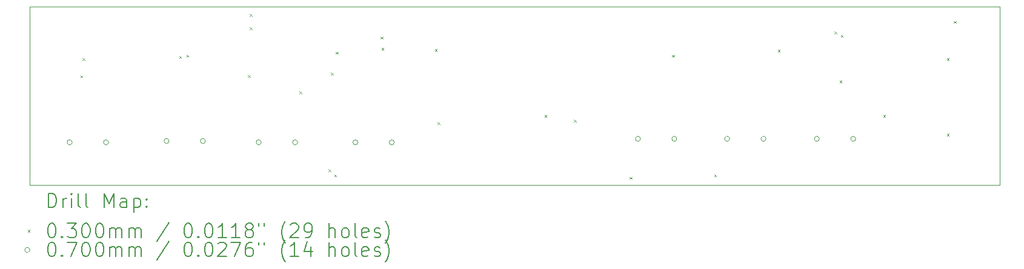
<source format=gbr>
%TF.GenerationSoftware,KiCad,Pcbnew,8.0.8*%
%TF.CreationDate,2025-05-04T21:01:16-05:00*%
%TF.ProjectId,Obstacle_detector,4f627374-6163-46c6-955f-646574656374,rev?*%
%TF.SameCoordinates,Original*%
%TF.FileFunction,Drillmap*%
%TF.FilePolarity,Positive*%
%FSLAX45Y45*%
G04 Gerber Fmt 4.5, Leading zero omitted, Abs format (unit mm)*
G04 Created by KiCad (PCBNEW 8.0.8) date 2025-05-04 21:01:16*
%MOMM*%
%LPD*%
G01*
G04 APERTURE LIST*
%ADD10C,0.050000*%
%ADD11C,0.200000*%
%ADD12C,0.100000*%
G04 APERTURE END LIST*
D10*
X1250000Y-1200000D02*
X14800000Y-1200000D01*
X1250000Y-3700000D02*
X1250000Y-1200000D01*
X14800000Y-1200000D02*
X14800000Y-3700000D01*
X14800000Y-3700000D02*
X1250000Y-3700000D01*
D11*
D12*
X1957160Y-2160340D02*
X1987160Y-2190340D01*
X1987160Y-2160340D02*
X1957160Y-2190340D01*
X1985750Y-1919370D02*
X2015750Y-1949370D01*
X2015750Y-1919370D02*
X1985750Y-1949370D01*
X3334060Y-1892740D02*
X3364060Y-1922740D01*
X3364060Y-1892740D02*
X3334060Y-1922740D01*
X3437500Y-1875160D02*
X3467500Y-1905160D01*
X3467500Y-1875160D02*
X3437500Y-1905160D01*
X4298000Y-2157500D02*
X4328000Y-2187500D01*
X4328000Y-2157500D02*
X4298000Y-2187500D01*
X4320240Y-1489120D02*
X4350240Y-1519120D01*
X4350240Y-1489120D02*
X4320240Y-1519120D01*
X4322500Y-1301320D02*
X4352500Y-1331320D01*
X4352500Y-1301320D02*
X4322500Y-1331320D01*
X5018380Y-2384570D02*
X5048380Y-2414570D01*
X5048380Y-2384570D02*
X5018380Y-2414570D01*
X5420340Y-3479960D02*
X5450340Y-3509960D01*
X5450340Y-3479960D02*
X5420340Y-3509960D01*
X5454980Y-2125210D02*
X5484980Y-2155210D01*
X5484980Y-2125210D02*
X5454980Y-2155210D01*
X5502500Y-3549500D02*
X5532500Y-3579500D01*
X5532500Y-3549500D02*
X5502500Y-3579500D01*
X5525640Y-1832490D02*
X5555640Y-1862490D01*
X5555640Y-1832490D02*
X5525640Y-1862490D01*
X6152680Y-1621010D02*
X6182680Y-1651010D01*
X6182680Y-1621010D02*
X6152680Y-1651010D01*
X6163910Y-1778750D02*
X6193910Y-1808750D01*
X6193910Y-1778750D02*
X6163910Y-1808750D01*
X6908490Y-1795620D02*
X6938490Y-1825620D01*
X6938490Y-1795620D02*
X6908490Y-1825620D01*
X6945860Y-2820720D02*
X6975860Y-2850720D01*
X6975860Y-2820720D02*
X6945860Y-2850720D01*
X8439240Y-2715000D02*
X8469240Y-2745000D01*
X8469240Y-2715000D02*
X8439240Y-2745000D01*
X8853610Y-2786420D02*
X8883610Y-2816420D01*
X8883610Y-2786420D02*
X8853610Y-2816420D01*
X9632500Y-3585620D02*
X9662500Y-3615620D01*
X9662500Y-3585620D02*
X9632500Y-3615620D01*
X10222500Y-1875000D02*
X10252500Y-1905000D01*
X10252500Y-1875000D02*
X10222500Y-1905000D01*
X10812500Y-3549500D02*
X10842500Y-3579500D01*
X10842500Y-3549500D02*
X10812500Y-3579500D01*
X11701500Y-1804040D02*
X11731500Y-1834040D01*
X11731500Y-1804040D02*
X11701500Y-1834040D01*
X12493800Y-1547500D02*
X12523800Y-1577500D01*
X12523800Y-1547500D02*
X12493800Y-1577500D01*
X12563600Y-2233950D02*
X12593600Y-2263950D01*
X12593600Y-2233950D02*
X12563600Y-2263950D01*
X12582500Y-1595160D02*
X12612500Y-1625160D01*
X12612500Y-1595160D02*
X12582500Y-1625160D01*
X13172500Y-2715000D02*
X13202500Y-2745000D01*
X13202500Y-2715000D02*
X13172500Y-2745000D01*
X14064400Y-1920410D02*
X14094400Y-1950410D01*
X14094400Y-1920410D02*
X14064400Y-1950410D01*
X14064400Y-2980000D02*
X14094400Y-3010000D01*
X14094400Y-2980000D02*
X14064400Y-3010000D01*
X14161700Y-1398370D02*
X14191700Y-1428370D01*
X14191700Y-1398370D02*
X14161700Y-1428370D01*
X1839440Y-3100000D02*
G75*
G02*
X1769440Y-3100000I-35000J0D01*
G01*
X1769440Y-3100000D02*
G75*
G02*
X1839440Y-3100000I35000J0D01*
G01*
X2347440Y-3100000D02*
G75*
G02*
X2277440Y-3100000I-35000J0D01*
G01*
X2277440Y-3100000D02*
G75*
G02*
X2347440Y-3100000I35000J0D01*
G01*
X3193440Y-3081410D02*
G75*
G02*
X3123440Y-3081410I-35000J0D01*
G01*
X3123440Y-3081410D02*
G75*
G02*
X3193440Y-3081410I35000J0D01*
G01*
X3701440Y-3081410D02*
G75*
G02*
X3631440Y-3081410I-35000J0D01*
G01*
X3631440Y-3081410D02*
G75*
G02*
X3701440Y-3081410I35000J0D01*
G01*
X4481000Y-3100000D02*
G75*
G02*
X4411000Y-3100000I-35000J0D01*
G01*
X4411000Y-3100000D02*
G75*
G02*
X4481000Y-3100000I35000J0D01*
G01*
X4989000Y-3100000D02*
G75*
G02*
X4919000Y-3100000I-35000J0D01*
G01*
X4919000Y-3100000D02*
G75*
G02*
X4989000Y-3100000I35000J0D01*
G01*
X5831000Y-3100000D02*
G75*
G02*
X5761000Y-3100000I-35000J0D01*
G01*
X5761000Y-3100000D02*
G75*
G02*
X5831000Y-3100000I35000J0D01*
G01*
X6339000Y-3100000D02*
G75*
G02*
X6269000Y-3100000I-35000J0D01*
G01*
X6269000Y-3100000D02*
G75*
G02*
X6339000Y-3100000I35000J0D01*
G01*
X9781000Y-3050000D02*
G75*
G02*
X9711000Y-3050000I-35000J0D01*
G01*
X9711000Y-3050000D02*
G75*
G02*
X9781000Y-3050000I35000J0D01*
G01*
X10289000Y-3050000D02*
G75*
G02*
X10219000Y-3050000I-35000J0D01*
G01*
X10219000Y-3050000D02*
G75*
G02*
X10289000Y-3050000I35000J0D01*
G01*
X11027000Y-3050000D02*
G75*
G02*
X10957000Y-3050000I-35000J0D01*
G01*
X10957000Y-3050000D02*
G75*
G02*
X11027000Y-3050000I35000J0D01*
G01*
X11535000Y-3050000D02*
G75*
G02*
X11465000Y-3050000I-35000J0D01*
G01*
X11465000Y-3050000D02*
G75*
G02*
X11535000Y-3050000I35000J0D01*
G01*
X12281000Y-3050000D02*
G75*
G02*
X12211000Y-3050000I-35000J0D01*
G01*
X12211000Y-3050000D02*
G75*
G02*
X12281000Y-3050000I35000J0D01*
G01*
X12789000Y-3050000D02*
G75*
G02*
X12719000Y-3050000I-35000J0D01*
G01*
X12719000Y-3050000D02*
G75*
G02*
X12789000Y-3050000I35000J0D01*
G01*
D11*
X1508277Y-4013984D02*
X1508277Y-3813984D01*
X1508277Y-3813984D02*
X1555896Y-3813984D01*
X1555896Y-3813984D02*
X1584467Y-3823508D01*
X1584467Y-3823508D02*
X1603515Y-3842555D01*
X1603515Y-3842555D02*
X1613039Y-3861603D01*
X1613039Y-3861603D02*
X1622562Y-3899698D01*
X1622562Y-3899698D02*
X1622562Y-3928269D01*
X1622562Y-3928269D02*
X1613039Y-3966365D01*
X1613039Y-3966365D02*
X1603515Y-3985412D01*
X1603515Y-3985412D02*
X1584467Y-4004460D01*
X1584467Y-4004460D02*
X1555896Y-4013984D01*
X1555896Y-4013984D02*
X1508277Y-4013984D01*
X1708277Y-4013984D02*
X1708277Y-3880650D01*
X1708277Y-3918746D02*
X1717801Y-3899698D01*
X1717801Y-3899698D02*
X1727324Y-3890174D01*
X1727324Y-3890174D02*
X1746372Y-3880650D01*
X1746372Y-3880650D02*
X1765420Y-3880650D01*
X1832086Y-4013984D02*
X1832086Y-3880650D01*
X1832086Y-3813984D02*
X1822562Y-3823508D01*
X1822562Y-3823508D02*
X1832086Y-3833031D01*
X1832086Y-3833031D02*
X1841610Y-3823508D01*
X1841610Y-3823508D02*
X1832086Y-3813984D01*
X1832086Y-3813984D02*
X1832086Y-3833031D01*
X1955896Y-4013984D02*
X1936848Y-4004460D01*
X1936848Y-4004460D02*
X1927324Y-3985412D01*
X1927324Y-3985412D02*
X1927324Y-3813984D01*
X2060658Y-4013984D02*
X2041610Y-4004460D01*
X2041610Y-4004460D02*
X2032086Y-3985412D01*
X2032086Y-3985412D02*
X2032086Y-3813984D01*
X2289229Y-4013984D02*
X2289229Y-3813984D01*
X2289229Y-3813984D02*
X2355896Y-3956841D01*
X2355896Y-3956841D02*
X2422563Y-3813984D01*
X2422563Y-3813984D02*
X2422563Y-4013984D01*
X2603515Y-4013984D02*
X2603515Y-3909222D01*
X2603515Y-3909222D02*
X2593991Y-3890174D01*
X2593991Y-3890174D02*
X2574944Y-3880650D01*
X2574944Y-3880650D02*
X2536848Y-3880650D01*
X2536848Y-3880650D02*
X2517801Y-3890174D01*
X2603515Y-4004460D02*
X2584467Y-4013984D01*
X2584467Y-4013984D02*
X2536848Y-4013984D01*
X2536848Y-4013984D02*
X2517801Y-4004460D01*
X2517801Y-4004460D02*
X2508277Y-3985412D01*
X2508277Y-3985412D02*
X2508277Y-3966365D01*
X2508277Y-3966365D02*
X2517801Y-3947317D01*
X2517801Y-3947317D02*
X2536848Y-3937793D01*
X2536848Y-3937793D02*
X2584467Y-3937793D01*
X2584467Y-3937793D02*
X2603515Y-3928269D01*
X2698753Y-3880650D02*
X2698753Y-4080650D01*
X2698753Y-3890174D02*
X2717801Y-3880650D01*
X2717801Y-3880650D02*
X2755896Y-3880650D01*
X2755896Y-3880650D02*
X2774944Y-3890174D01*
X2774944Y-3890174D02*
X2784467Y-3899698D01*
X2784467Y-3899698D02*
X2793991Y-3918746D01*
X2793991Y-3918746D02*
X2793991Y-3975888D01*
X2793991Y-3975888D02*
X2784467Y-3994936D01*
X2784467Y-3994936D02*
X2774944Y-4004460D01*
X2774944Y-4004460D02*
X2755896Y-4013984D01*
X2755896Y-4013984D02*
X2717801Y-4013984D01*
X2717801Y-4013984D02*
X2698753Y-4004460D01*
X2879705Y-3994936D02*
X2889229Y-4004460D01*
X2889229Y-4004460D02*
X2879705Y-4013984D01*
X2879705Y-4013984D02*
X2870182Y-4004460D01*
X2870182Y-4004460D02*
X2879705Y-3994936D01*
X2879705Y-3994936D02*
X2879705Y-4013984D01*
X2879705Y-3890174D02*
X2889229Y-3899698D01*
X2889229Y-3899698D02*
X2879705Y-3909222D01*
X2879705Y-3909222D02*
X2870182Y-3899698D01*
X2870182Y-3899698D02*
X2879705Y-3890174D01*
X2879705Y-3890174D02*
X2879705Y-3909222D01*
D12*
X1217500Y-4327500D02*
X1247500Y-4357500D01*
X1247500Y-4327500D02*
X1217500Y-4357500D01*
D11*
X1546372Y-4233984D02*
X1565420Y-4233984D01*
X1565420Y-4233984D02*
X1584467Y-4243508D01*
X1584467Y-4243508D02*
X1593991Y-4253031D01*
X1593991Y-4253031D02*
X1603515Y-4272079D01*
X1603515Y-4272079D02*
X1613039Y-4310174D01*
X1613039Y-4310174D02*
X1613039Y-4357793D01*
X1613039Y-4357793D02*
X1603515Y-4395889D01*
X1603515Y-4395889D02*
X1593991Y-4414936D01*
X1593991Y-4414936D02*
X1584467Y-4424460D01*
X1584467Y-4424460D02*
X1565420Y-4433984D01*
X1565420Y-4433984D02*
X1546372Y-4433984D01*
X1546372Y-4433984D02*
X1527324Y-4424460D01*
X1527324Y-4424460D02*
X1517801Y-4414936D01*
X1517801Y-4414936D02*
X1508277Y-4395889D01*
X1508277Y-4395889D02*
X1498753Y-4357793D01*
X1498753Y-4357793D02*
X1498753Y-4310174D01*
X1498753Y-4310174D02*
X1508277Y-4272079D01*
X1508277Y-4272079D02*
X1517801Y-4253031D01*
X1517801Y-4253031D02*
X1527324Y-4243508D01*
X1527324Y-4243508D02*
X1546372Y-4233984D01*
X1698753Y-4414936D02*
X1708277Y-4424460D01*
X1708277Y-4424460D02*
X1698753Y-4433984D01*
X1698753Y-4433984D02*
X1689229Y-4424460D01*
X1689229Y-4424460D02*
X1698753Y-4414936D01*
X1698753Y-4414936D02*
X1698753Y-4433984D01*
X1774943Y-4233984D02*
X1898753Y-4233984D01*
X1898753Y-4233984D02*
X1832086Y-4310174D01*
X1832086Y-4310174D02*
X1860658Y-4310174D01*
X1860658Y-4310174D02*
X1879705Y-4319698D01*
X1879705Y-4319698D02*
X1889229Y-4329222D01*
X1889229Y-4329222D02*
X1898753Y-4348270D01*
X1898753Y-4348270D02*
X1898753Y-4395889D01*
X1898753Y-4395889D02*
X1889229Y-4414936D01*
X1889229Y-4414936D02*
X1879705Y-4424460D01*
X1879705Y-4424460D02*
X1860658Y-4433984D01*
X1860658Y-4433984D02*
X1803515Y-4433984D01*
X1803515Y-4433984D02*
X1784467Y-4424460D01*
X1784467Y-4424460D02*
X1774943Y-4414936D01*
X2022562Y-4233984D02*
X2041610Y-4233984D01*
X2041610Y-4233984D02*
X2060658Y-4243508D01*
X2060658Y-4243508D02*
X2070182Y-4253031D01*
X2070182Y-4253031D02*
X2079705Y-4272079D01*
X2079705Y-4272079D02*
X2089229Y-4310174D01*
X2089229Y-4310174D02*
X2089229Y-4357793D01*
X2089229Y-4357793D02*
X2079705Y-4395889D01*
X2079705Y-4395889D02*
X2070182Y-4414936D01*
X2070182Y-4414936D02*
X2060658Y-4424460D01*
X2060658Y-4424460D02*
X2041610Y-4433984D01*
X2041610Y-4433984D02*
X2022562Y-4433984D01*
X2022562Y-4433984D02*
X2003515Y-4424460D01*
X2003515Y-4424460D02*
X1993991Y-4414936D01*
X1993991Y-4414936D02*
X1984467Y-4395889D01*
X1984467Y-4395889D02*
X1974943Y-4357793D01*
X1974943Y-4357793D02*
X1974943Y-4310174D01*
X1974943Y-4310174D02*
X1984467Y-4272079D01*
X1984467Y-4272079D02*
X1993991Y-4253031D01*
X1993991Y-4253031D02*
X2003515Y-4243508D01*
X2003515Y-4243508D02*
X2022562Y-4233984D01*
X2213039Y-4233984D02*
X2232086Y-4233984D01*
X2232086Y-4233984D02*
X2251134Y-4243508D01*
X2251134Y-4243508D02*
X2260658Y-4253031D01*
X2260658Y-4253031D02*
X2270182Y-4272079D01*
X2270182Y-4272079D02*
X2279705Y-4310174D01*
X2279705Y-4310174D02*
X2279705Y-4357793D01*
X2279705Y-4357793D02*
X2270182Y-4395889D01*
X2270182Y-4395889D02*
X2260658Y-4414936D01*
X2260658Y-4414936D02*
X2251134Y-4424460D01*
X2251134Y-4424460D02*
X2232086Y-4433984D01*
X2232086Y-4433984D02*
X2213039Y-4433984D01*
X2213039Y-4433984D02*
X2193991Y-4424460D01*
X2193991Y-4424460D02*
X2184467Y-4414936D01*
X2184467Y-4414936D02*
X2174944Y-4395889D01*
X2174944Y-4395889D02*
X2165420Y-4357793D01*
X2165420Y-4357793D02*
X2165420Y-4310174D01*
X2165420Y-4310174D02*
X2174944Y-4272079D01*
X2174944Y-4272079D02*
X2184467Y-4253031D01*
X2184467Y-4253031D02*
X2193991Y-4243508D01*
X2193991Y-4243508D02*
X2213039Y-4233984D01*
X2365420Y-4433984D02*
X2365420Y-4300650D01*
X2365420Y-4319698D02*
X2374944Y-4310174D01*
X2374944Y-4310174D02*
X2393991Y-4300650D01*
X2393991Y-4300650D02*
X2422563Y-4300650D01*
X2422563Y-4300650D02*
X2441610Y-4310174D01*
X2441610Y-4310174D02*
X2451134Y-4329222D01*
X2451134Y-4329222D02*
X2451134Y-4433984D01*
X2451134Y-4329222D02*
X2460658Y-4310174D01*
X2460658Y-4310174D02*
X2479705Y-4300650D01*
X2479705Y-4300650D02*
X2508277Y-4300650D01*
X2508277Y-4300650D02*
X2527325Y-4310174D01*
X2527325Y-4310174D02*
X2536848Y-4329222D01*
X2536848Y-4329222D02*
X2536848Y-4433984D01*
X2632086Y-4433984D02*
X2632086Y-4300650D01*
X2632086Y-4319698D02*
X2641610Y-4310174D01*
X2641610Y-4310174D02*
X2660658Y-4300650D01*
X2660658Y-4300650D02*
X2689229Y-4300650D01*
X2689229Y-4300650D02*
X2708277Y-4310174D01*
X2708277Y-4310174D02*
X2717801Y-4329222D01*
X2717801Y-4329222D02*
X2717801Y-4433984D01*
X2717801Y-4329222D02*
X2727325Y-4310174D01*
X2727325Y-4310174D02*
X2746372Y-4300650D01*
X2746372Y-4300650D02*
X2774944Y-4300650D01*
X2774944Y-4300650D02*
X2793991Y-4310174D01*
X2793991Y-4310174D02*
X2803515Y-4329222D01*
X2803515Y-4329222D02*
X2803515Y-4433984D01*
X3193991Y-4224460D02*
X3022563Y-4481603D01*
X3451134Y-4233984D02*
X3470182Y-4233984D01*
X3470182Y-4233984D02*
X3489229Y-4243508D01*
X3489229Y-4243508D02*
X3498753Y-4253031D01*
X3498753Y-4253031D02*
X3508277Y-4272079D01*
X3508277Y-4272079D02*
X3517801Y-4310174D01*
X3517801Y-4310174D02*
X3517801Y-4357793D01*
X3517801Y-4357793D02*
X3508277Y-4395889D01*
X3508277Y-4395889D02*
X3498753Y-4414936D01*
X3498753Y-4414936D02*
X3489229Y-4424460D01*
X3489229Y-4424460D02*
X3470182Y-4433984D01*
X3470182Y-4433984D02*
X3451134Y-4433984D01*
X3451134Y-4433984D02*
X3432086Y-4424460D01*
X3432086Y-4424460D02*
X3422563Y-4414936D01*
X3422563Y-4414936D02*
X3413039Y-4395889D01*
X3413039Y-4395889D02*
X3403515Y-4357793D01*
X3403515Y-4357793D02*
X3403515Y-4310174D01*
X3403515Y-4310174D02*
X3413039Y-4272079D01*
X3413039Y-4272079D02*
X3422563Y-4253031D01*
X3422563Y-4253031D02*
X3432086Y-4243508D01*
X3432086Y-4243508D02*
X3451134Y-4233984D01*
X3603515Y-4414936D02*
X3613039Y-4424460D01*
X3613039Y-4424460D02*
X3603515Y-4433984D01*
X3603515Y-4433984D02*
X3593991Y-4424460D01*
X3593991Y-4424460D02*
X3603515Y-4414936D01*
X3603515Y-4414936D02*
X3603515Y-4433984D01*
X3736848Y-4233984D02*
X3755896Y-4233984D01*
X3755896Y-4233984D02*
X3774944Y-4243508D01*
X3774944Y-4243508D02*
X3784467Y-4253031D01*
X3784467Y-4253031D02*
X3793991Y-4272079D01*
X3793991Y-4272079D02*
X3803515Y-4310174D01*
X3803515Y-4310174D02*
X3803515Y-4357793D01*
X3803515Y-4357793D02*
X3793991Y-4395889D01*
X3793991Y-4395889D02*
X3784467Y-4414936D01*
X3784467Y-4414936D02*
X3774944Y-4424460D01*
X3774944Y-4424460D02*
X3755896Y-4433984D01*
X3755896Y-4433984D02*
X3736848Y-4433984D01*
X3736848Y-4433984D02*
X3717801Y-4424460D01*
X3717801Y-4424460D02*
X3708277Y-4414936D01*
X3708277Y-4414936D02*
X3698753Y-4395889D01*
X3698753Y-4395889D02*
X3689229Y-4357793D01*
X3689229Y-4357793D02*
X3689229Y-4310174D01*
X3689229Y-4310174D02*
X3698753Y-4272079D01*
X3698753Y-4272079D02*
X3708277Y-4253031D01*
X3708277Y-4253031D02*
X3717801Y-4243508D01*
X3717801Y-4243508D02*
X3736848Y-4233984D01*
X3993991Y-4433984D02*
X3879706Y-4433984D01*
X3936848Y-4433984D02*
X3936848Y-4233984D01*
X3936848Y-4233984D02*
X3917801Y-4262555D01*
X3917801Y-4262555D02*
X3898753Y-4281603D01*
X3898753Y-4281603D02*
X3879706Y-4291127D01*
X4184467Y-4433984D02*
X4070182Y-4433984D01*
X4127325Y-4433984D02*
X4127325Y-4233984D01*
X4127325Y-4233984D02*
X4108277Y-4262555D01*
X4108277Y-4262555D02*
X4089229Y-4281603D01*
X4089229Y-4281603D02*
X4070182Y-4291127D01*
X4298753Y-4319698D02*
X4279706Y-4310174D01*
X4279706Y-4310174D02*
X4270182Y-4300650D01*
X4270182Y-4300650D02*
X4260658Y-4281603D01*
X4260658Y-4281603D02*
X4260658Y-4272079D01*
X4260658Y-4272079D02*
X4270182Y-4253031D01*
X4270182Y-4253031D02*
X4279706Y-4243508D01*
X4279706Y-4243508D02*
X4298753Y-4233984D01*
X4298753Y-4233984D02*
X4336849Y-4233984D01*
X4336849Y-4233984D02*
X4355896Y-4243508D01*
X4355896Y-4243508D02*
X4365420Y-4253031D01*
X4365420Y-4253031D02*
X4374944Y-4272079D01*
X4374944Y-4272079D02*
X4374944Y-4281603D01*
X4374944Y-4281603D02*
X4365420Y-4300650D01*
X4365420Y-4300650D02*
X4355896Y-4310174D01*
X4355896Y-4310174D02*
X4336849Y-4319698D01*
X4336849Y-4319698D02*
X4298753Y-4319698D01*
X4298753Y-4319698D02*
X4279706Y-4329222D01*
X4279706Y-4329222D02*
X4270182Y-4338746D01*
X4270182Y-4338746D02*
X4260658Y-4357793D01*
X4260658Y-4357793D02*
X4260658Y-4395889D01*
X4260658Y-4395889D02*
X4270182Y-4414936D01*
X4270182Y-4414936D02*
X4279706Y-4424460D01*
X4279706Y-4424460D02*
X4298753Y-4433984D01*
X4298753Y-4433984D02*
X4336849Y-4433984D01*
X4336849Y-4433984D02*
X4355896Y-4424460D01*
X4355896Y-4424460D02*
X4365420Y-4414936D01*
X4365420Y-4414936D02*
X4374944Y-4395889D01*
X4374944Y-4395889D02*
X4374944Y-4357793D01*
X4374944Y-4357793D02*
X4365420Y-4338746D01*
X4365420Y-4338746D02*
X4355896Y-4329222D01*
X4355896Y-4329222D02*
X4336849Y-4319698D01*
X4451134Y-4233984D02*
X4451134Y-4272079D01*
X4527325Y-4233984D02*
X4527325Y-4272079D01*
X4822563Y-4510174D02*
X4813039Y-4500650D01*
X4813039Y-4500650D02*
X4793991Y-4472079D01*
X4793991Y-4472079D02*
X4784468Y-4453031D01*
X4784468Y-4453031D02*
X4774944Y-4424460D01*
X4774944Y-4424460D02*
X4765420Y-4376841D01*
X4765420Y-4376841D02*
X4765420Y-4338746D01*
X4765420Y-4338746D02*
X4774944Y-4291127D01*
X4774944Y-4291127D02*
X4784468Y-4262555D01*
X4784468Y-4262555D02*
X4793991Y-4243508D01*
X4793991Y-4243508D02*
X4813039Y-4214936D01*
X4813039Y-4214936D02*
X4822563Y-4205412D01*
X4889230Y-4253031D02*
X4898753Y-4243508D01*
X4898753Y-4243508D02*
X4917801Y-4233984D01*
X4917801Y-4233984D02*
X4965420Y-4233984D01*
X4965420Y-4233984D02*
X4984468Y-4243508D01*
X4984468Y-4243508D02*
X4993991Y-4253031D01*
X4993991Y-4253031D02*
X5003515Y-4272079D01*
X5003515Y-4272079D02*
X5003515Y-4291127D01*
X5003515Y-4291127D02*
X4993991Y-4319698D01*
X4993991Y-4319698D02*
X4879706Y-4433984D01*
X4879706Y-4433984D02*
X5003515Y-4433984D01*
X5098753Y-4433984D02*
X5136849Y-4433984D01*
X5136849Y-4433984D02*
X5155896Y-4424460D01*
X5155896Y-4424460D02*
X5165420Y-4414936D01*
X5165420Y-4414936D02*
X5184468Y-4386365D01*
X5184468Y-4386365D02*
X5193991Y-4348270D01*
X5193991Y-4348270D02*
X5193991Y-4272079D01*
X5193991Y-4272079D02*
X5184468Y-4253031D01*
X5184468Y-4253031D02*
X5174944Y-4243508D01*
X5174944Y-4243508D02*
X5155896Y-4233984D01*
X5155896Y-4233984D02*
X5117801Y-4233984D01*
X5117801Y-4233984D02*
X5098753Y-4243508D01*
X5098753Y-4243508D02*
X5089230Y-4253031D01*
X5089230Y-4253031D02*
X5079706Y-4272079D01*
X5079706Y-4272079D02*
X5079706Y-4319698D01*
X5079706Y-4319698D02*
X5089230Y-4338746D01*
X5089230Y-4338746D02*
X5098753Y-4348270D01*
X5098753Y-4348270D02*
X5117801Y-4357793D01*
X5117801Y-4357793D02*
X5155896Y-4357793D01*
X5155896Y-4357793D02*
X5174944Y-4348270D01*
X5174944Y-4348270D02*
X5184468Y-4338746D01*
X5184468Y-4338746D02*
X5193991Y-4319698D01*
X5432087Y-4433984D02*
X5432087Y-4233984D01*
X5517801Y-4433984D02*
X5517801Y-4329222D01*
X5517801Y-4329222D02*
X5508277Y-4310174D01*
X5508277Y-4310174D02*
X5489230Y-4300650D01*
X5489230Y-4300650D02*
X5460658Y-4300650D01*
X5460658Y-4300650D02*
X5441611Y-4310174D01*
X5441611Y-4310174D02*
X5432087Y-4319698D01*
X5641610Y-4433984D02*
X5622563Y-4424460D01*
X5622563Y-4424460D02*
X5613039Y-4414936D01*
X5613039Y-4414936D02*
X5603515Y-4395889D01*
X5603515Y-4395889D02*
X5603515Y-4338746D01*
X5603515Y-4338746D02*
X5613039Y-4319698D01*
X5613039Y-4319698D02*
X5622563Y-4310174D01*
X5622563Y-4310174D02*
X5641610Y-4300650D01*
X5641610Y-4300650D02*
X5670182Y-4300650D01*
X5670182Y-4300650D02*
X5689230Y-4310174D01*
X5689230Y-4310174D02*
X5698753Y-4319698D01*
X5698753Y-4319698D02*
X5708277Y-4338746D01*
X5708277Y-4338746D02*
X5708277Y-4395889D01*
X5708277Y-4395889D02*
X5698753Y-4414936D01*
X5698753Y-4414936D02*
X5689230Y-4424460D01*
X5689230Y-4424460D02*
X5670182Y-4433984D01*
X5670182Y-4433984D02*
X5641610Y-4433984D01*
X5822563Y-4433984D02*
X5803515Y-4424460D01*
X5803515Y-4424460D02*
X5793991Y-4405412D01*
X5793991Y-4405412D02*
X5793991Y-4233984D01*
X5974944Y-4424460D02*
X5955896Y-4433984D01*
X5955896Y-4433984D02*
X5917801Y-4433984D01*
X5917801Y-4433984D02*
X5898753Y-4424460D01*
X5898753Y-4424460D02*
X5889230Y-4405412D01*
X5889230Y-4405412D02*
X5889230Y-4329222D01*
X5889230Y-4329222D02*
X5898753Y-4310174D01*
X5898753Y-4310174D02*
X5917801Y-4300650D01*
X5917801Y-4300650D02*
X5955896Y-4300650D01*
X5955896Y-4300650D02*
X5974944Y-4310174D01*
X5974944Y-4310174D02*
X5984468Y-4329222D01*
X5984468Y-4329222D02*
X5984468Y-4348270D01*
X5984468Y-4348270D02*
X5889230Y-4367317D01*
X6060658Y-4424460D02*
X6079706Y-4433984D01*
X6079706Y-4433984D02*
X6117801Y-4433984D01*
X6117801Y-4433984D02*
X6136849Y-4424460D01*
X6136849Y-4424460D02*
X6146372Y-4405412D01*
X6146372Y-4405412D02*
X6146372Y-4395889D01*
X6146372Y-4395889D02*
X6136849Y-4376841D01*
X6136849Y-4376841D02*
X6117801Y-4367317D01*
X6117801Y-4367317D02*
X6089230Y-4367317D01*
X6089230Y-4367317D02*
X6070182Y-4357793D01*
X6070182Y-4357793D02*
X6060658Y-4338746D01*
X6060658Y-4338746D02*
X6060658Y-4329222D01*
X6060658Y-4329222D02*
X6070182Y-4310174D01*
X6070182Y-4310174D02*
X6089230Y-4300650D01*
X6089230Y-4300650D02*
X6117801Y-4300650D01*
X6117801Y-4300650D02*
X6136849Y-4310174D01*
X6213039Y-4510174D02*
X6222563Y-4500650D01*
X6222563Y-4500650D02*
X6241611Y-4472079D01*
X6241611Y-4472079D02*
X6251134Y-4453031D01*
X6251134Y-4453031D02*
X6260658Y-4424460D01*
X6260658Y-4424460D02*
X6270182Y-4376841D01*
X6270182Y-4376841D02*
X6270182Y-4338746D01*
X6270182Y-4338746D02*
X6260658Y-4291127D01*
X6260658Y-4291127D02*
X6251134Y-4262555D01*
X6251134Y-4262555D02*
X6241611Y-4243508D01*
X6241611Y-4243508D02*
X6222563Y-4214936D01*
X6222563Y-4214936D02*
X6213039Y-4205412D01*
D12*
X1247500Y-4606500D02*
G75*
G02*
X1177500Y-4606500I-35000J0D01*
G01*
X1177500Y-4606500D02*
G75*
G02*
X1247500Y-4606500I35000J0D01*
G01*
D11*
X1546372Y-4497984D02*
X1565420Y-4497984D01*
X1565420Y-4497984D02*
X1584467Y-4507508D01*
X1584467Y-4507508D02*
X1593991Y-4517031D01*
X1593991Y-4517031D02*
X1603515Y-4536079D01*
X1603515Y-4536079D02*
X1613039Y-4574174D01*
X1613039Y-4574174D02*
X1613039Y-4621793D01*
X1613039Y-4621793D02*
X1603515Y-4659889D01*
X1603515Y-4659889D02*
X1593991Y-4678936D01*
X1593991Y-4678936D02*
X1584467Y-4688460D01*
X1584467Y-4688460D02*
X1565420Y-4697984D01*
X1565420Y-4697984D02*
X1546372Y-4697984D01*
X1546372Y-4697984D02*
X1527324Y-4688460D01*
X1527324Y-4688460D02*
X1517801Y-4678936D01*
X1517801Y-4678936D02*
X1508277Y-4659889D01*
X1508277Y-4659889D02*
X1498753Y-4621793D01*
X1498753Y-4621793D02*
X1498753Y-4574174D01*
X1498753Y-4574174D02*
X1508277Y-4536079D01*
X1508277Y-4536079D02*
X1517801Y-4517031D01*
X1517801Y-4517031D02*
X1527324Y-4507508D01*
X1527324Y-4507508D02*
X1546372Y-4497984D01*
X1698753Y-4678936D02*
X1708277Y-4688460D01*
X1708277Y-4688460D02*
X1698753Y-4697984D01*
X1698753Y-4697984D02*
X1689229Y-4688460D01*
X1689229Y-4688460D02*
X1698753Y-4678936D01*
X1698753Y-4678936D02*
X1698753Y-4697984D01*
X1774943Y-4497984D02*
X1908277Y-4497984D01*
X1908277Y-4497984D02*
X1822562Y-4697984D01*
X2022562Y-4497984D02*
X2041610Y-4497984D01*
X2041610Y-4497984D02*
X2060658Y-4507508D01*
X2060658Y-4507508D02*
X2070182Y-4517031D01*
X2070182Y-4517031D02*
X2079705Y-4536079D01*
X2079705Y-4536079D02*
X2089229Y-4574174D01*
X2089229Y-4574174D02*
X2089229Y-4621793D01*
X2089229Y-4621793D02*
X2079705Y-4659889D01*
X2079705Y-4659889D02*
X2070182Y-4678936D01*
X2070182Y-4678936D02*
X2060658Y-4688460D01*
X2060658Y-4688460D02*
X2041610Y-4697984D01*
X2041610Y-4697984D02*
X2022562Y-4697984D01*
X2022562Y-4697984D02*
X2003515Y-4688460D01*
X2003515Y-4688460D02*
X1993991Y-4678936D01*
X1993991Y-4678936D02*
X1984467Y-4659889D01*
X1984467Y-4659889D02*
X1974943Y-4621793D01*
X1974943Y-4621793D02*
X1974943Y-4574174D01*
X1974943Y-4574174D02*
X1984467Y-4536079D01*
X1984467Y-4536079D02*
X1993991Y-4517031D01*
X1993991Y-4517031D02*
X2003515Y-4507508D01*
X2003515Y-4507508D02*
X2022562Y-4497984D01*
X2213039Y-4497984D02*
X2232086Y-4497984D01*
X2232086Y-4497984D02*
X2251134Y-4507508D01*
X2251134Y-4507508D02*
X2260658Y-4517031D01*
X2260658Y-4517031D02*
X2270182Y-4536079D01*
X2270182Y-4536079D02*
X2279705Y-4574174D01*
X2279705Y-4574174D02*
X2279705Y-4621793D01*
X2279705Y-4621793D02*
X2270182Y-4659889D01*
X2270182Y-4659889D02*
X2260658Y-4678936D01*
X2260658Y-4678936D02*
X2251134Y-4688460D01*
X2251134Y-4688460D02*
X2232086Y-4697984D01*
X2232086Y-4697984D02*
X2213039Y-4697984D01*
X2213039Y-4697984D02*
X2193991Y-4688460D01*
X2193991Y-4688460D02*
X2184467Y-4678936D01*
X2184467Y-4678936D02*
X2174944Y-4659889D01*
X2174944Y-4659889D02*
X2165420Y-4621793D01*
X2165420Y-4621793D02*
X2165420Y-4574174D01*
X2165420Y-4574174D02*
X2174944Y-4536079D01*
X2174944Y-4536079D02*
X2184467Y-4517031D01*
X2184467Y-4517031D02*
X2193991Y-4507508D01*
X2193991Y-4507508D02*
X2213039Y-4497984D01*
X2365420Y-4697984D02*
X2365420Y-4564650D01*
X2365420Y-4583698D02*
X2374944Y-4574174D01*
X2374944Y-4574174D02*
X2393991Y-4564650D01*
X2393991Y-4564650D02*
X2422563Y-4564650D01*
X2422563Y-4564650D02*
X2441610Y-4574174D01*
X2441610Y-4574174D02*
X2451134Y-4593222D01*
X2451134Y-4593222D02*
X2451134Y-4697984D01*
X2451134Y-4593222D02*
X2460658Y-4574174D01*
X2460658Y-4574174D02*
X2479705Y-4564650D01*
X2479705Y-4564650D02*
X2508277Y-4564650D01*
X2508277Y-4564650D02*
X2527325Y-4574174D01*
X2527325Y-4574174D02*
X2536848Y-4593222D01*
X2536848Y-4593222D02*
X2536848Y-4697984D01*
X2632086Y-4697984D02*
X2632086Y-4564650D01*
X2632086Y-4583698D02*
X2641610Y-4574174D01*
X2641610Y-4574174D02*
X2660658Y-4564650D01*
X2660658Y-4564650D02*
X2689229Y-4564650D01*
X2689229Y-4564650D02*
X2708277Y-4574174D01*
X2708277Y-4574174D02*
X2717801Y-4593222D01*
X2717801Y-4593222D02*
X2717801Y-4697984D01*
X2717801Y-4593222D02*
X2727325Y-4574174D01*
X2727325Y-4574174D02*
X2746372Y-4564650D01*
X2746372Y-4564650D02*
X2774944Y-4564650D01*
X2774944Y-4564650D02*
X2793991Y-4574174D01*
X2793991Y-4574174D02*
X2803515Y-4593222D01*
X2803515Y-4593222D02*
X2803515Y-4697984D01*
X3193991Y-4488460D02*
X3022563Y-4745603D01*
X3451134Y-4497984D02*
X3470182Y-4497984D01*
X3470182Y-4497984D02*
X3489229Y-4507508D01*
X3489229Y-4507508D02*
X3498753Y-4517031D01*
X3498753Y-4517031D02*
X3508277Y-4536079D01*
X3508277Y-4536079D02*
X3517801Y-4574174D01*
X3517801Y-4574174D02*
X3517801Y-4621793D01*
X3517801Y-4621793D02*
X3508277Y-4659889D01*
X3508277Y-4659889D02*
X3498753Y-4678936D01*
X3498753Y-4678936D02*
X3489229Y-4688460D01*
X3489229Y-4688460D02*
X3470182Y-4697984D01*
X3470182Y-4697984D02*
X3451134Y-4697984D01*
X3451134Y-4697984D02*
X3432086Y-4688460D01*
X3432086Y-4688460D02*
X3422563Y-4678936D01*
X3422563Y-4678936D02*
X3413039Y-4659889D01*
X3413039Y-4659889D02*
X3403515Y-4621793D01*
X3403515Y-4621793D02*
X3403515Y-4574174D01*
X3403515Y-4574174D02*
X3413039Y-4536079D01*
X3413039Y-4536079D02*
X3422563Y-4517031D01*
X3422563Y-4517031D02*
X3432086Y-4507508D01*
X3432086Y-4507508D02*
X3451134Y-4497984D01*
X3603515Y-4678936D02*
X3613039Y-4688460D01*
X3613039Y-4688460D02*
X3603515Y-4697984D01*
X3603515Y-4697984D02*
X3593991Y-4688460D01*
X3593991Y-4688460D02*
X3603515Y-4678936D01*
X3603515Y-4678936D02*
X3603515Y-4697984D01*
X3736848Y-4497984D02*
X3755896Y-4497984D01*
X3755896Y-4497984D02*
X3774944Y-4507508D01*
X3774944Y-4507508D02*
X3784467Y-4517031D01*
X3784467Y-4517031D02*
X3793991Y-4536079D01*
X3793991Y-4536079D02*
X3803515Y-4574174D01*
X3803515Y-4574174D02*
X3803515Y-4621793D01*
X3803515Y-4621793D02*
X3793991Y-4659889D01*
X3793991Y-4659889D02*
X3784467Y-4678936D01*
X3784467Y-4678936D02*
X3774944Y-4688460D01*
X3774944Y-4688460D02*
X3755896Y-4697984D01*
X3755896Y-4697984D02*
X3736848Y-4697984D01*
X3736848Y-4697984D02*
X3717801Y-4688460D01*
X3717801Y-4688460D02*
X3708277Y-4678936D01*
X3708277Y-4678936D02*
X3698753Y-4659889D01*
X3698753Y-4659889D02*
X3689229Y-4621793D01*
X3689229Y-4621793D02*
X3689229Y-4574174D01*
X3689229Y-4574174D02*
X3698753Y-4536079D01*
X3698753Y-4536079D02*
X3708277Y-4517031D01*
X3708277Y-4517031D02*
X3717801Y-4507508D01*
X3717801Y-4507508D02*
X3736848Y-4497984D01*
X3879706Y-4517031D02*
X3889229Y-4507508D01*
X3889229Y-4507508D02*
X3908277Y-4497984D01*
X3908277Y-4497984D02*
X3955896Y-4497984D01*
X3955896Y-4497984D02*
X3974944Y-4507508D01*
X3974944Y-4507508D02*
X3984467Y-4517031D01*
X3984467Y-4517031D02*
X3993991Y-4536079D01*
X3993991Y-4536079D02*
X3993991Y-4555127D01*
X3993991Y-4555127D02*
X3984467Y-4583698D01*
X3984467Y-4583698D02*
X3870182Y-4697984D01*
X3870182Y-4697984D02*
X3993991Y-4697984D01*
X4060658Y-4497984D02*
X4193991Y-4497984D01*
X4193991Y-4497984D02*
X4108277Y-4697984D01*
X4355896Y-4497984D02*
X4317801Y-4497984D01*
X4317801Y-4497984D02*
X4298753Y-4507508D01*
X4298753Y-4507508D02*
X4289229Y-4517031D01*
X4289229Y-4517031D02*
X4270182Y-4545603D01*
X4270182Y-4545603D02*
X4260658Y-4583698D01*
X4260658Y-4583698D02*
X4260658Y-4659889D01*
X4260658Y-4659889D02*
X4270182Y-4678936D01*
X4270182Y-4678936D02*
X4279706Y-4688460D01*
X4279706Y-4688460D02*
X4298753Y-4697984D01*
X4298753Y-4697984D02*
X4336849Y-4697984D01*
X4336849Y-4697984D02*
X4355896Y-4688460D01*
X4355896Y-4688460D02*
X4365420Y-4678936D01*
X4365420Y-4678936D02*
X4374944Y-4659889D01*
X4374944Y-4659889D02*
X4374944Y-4612270D01*
X4374944Y-4612270D02*
X4365420Y-4593222D01*
X4365420Y-4593222D02*
X4355896Y-4583698D01*
X4355896Y-4583698D02*
X4336849Y-4574174D01*
X4336849Y-4574174D02*
X4298753Y-4574174D01*
X4298753Y-4574174D02*
X4279706Y-4583698D01*
X4279706Y-4583698D02*
X4270182Y-4593222D01*
X4270182Y-4593222D02*
X4260658Y-4612270D01*
X4451134Y-4497984D02*
X4451134Y-4536079D01*
X4527325Y-4497984D02*
X4527325Y-4536079D01*
X4822563Y-4774174D02*
X4813039Y-4764650D01*
X4813039Y-4764650D02*
X4793991Y-4736079D01*
X4793991Y-4736079D02*
X4784468Y-4717031D01*
X4784468Y-4717031D02*
X4774944Y-4688460D01*
X4774944Y-4688460D02*
X4765420Y-4640841D01*
X4765420Y-4640841D02*
X4765420Y-4602746D01*
X4765420Y-4602746D02*
X4774944Y-4555127D01*
X4774944Y-4555127D02*
X4784468Y-4526555D01*
X4784468Y-4526555D02*
X4793991Y-4507508D01*
X4793991Y-4507508D02*
X4813039Y-4478936D01*
X4813039Y-4478936D02*
X4822563Y-4469412D01*
X5003515Y-4697984D02*
X4889230Y-4697984D01*
X4946372Y-4697984D02*
X4946372Y-4497984D01*
X4946372Y-4497984D02*
X4927325Y-4526555D01*
X4927325Y-4526555D02*
X4908277Y-4545603D01*
X4908277Y-4545603D02*
X4889230Y-4555127D01*
X5174944Y-4564650D02*
X5174944Y-4697984D01*
X5127325Y-4488460D02*
X5079706Y-4631317D01*
X5079706Y-4631317D02*
X5203515Y-4631317D01*
X5432087Y-4697984D02*
X5432087Y-4497984D01*
X5517801Y-4697984D02*
X5517801Y-4593222D01*
X5517801Y-4593222D02*
X5508277Y-4574174D01*
X5508277Y-4574174D02*
X5489230Y-4564650D01*
X5489230Y-4564650D02*
X5460658Y-4564650D01*
X5460658Y-4564650D02*
X5441611Y-4574174D01*
X5441611Y-4574174D02*
X5432087Y-4583698D01*
X5641610Y-4697984D02*
X5622563Y-4688460D01*
X5622563Y-4688460D02*
X5613039Y-4678936D01*
X5613039Y-4678936D02*
X5603515Y-4659889D01*
X5603515Y-4659889D02*
X5603515Y-4602746D01*
X5603515Y-4602746D02*
X5613039Y-4583698D01*
X5613039Y-4583698D02*
X5622563Y-4574174D01*
X5622563Y-4574174D02*
X5641610Y-4564650D01*
X5641610Y-4564650D02*
X5670182Y-4564650D01*
X5670182Y-4564650D02*
X5689230Y-4574174D01*
X5689230Y-4574174D02*
X5698753Y-4583698D01*
X5698753Y-4583698D02*
X5708277Y-4602746D01*
X5708277Y-4602746D02*
X5708277Y-4659889D01*
X5708277Y-4659889D02*
X5698753Y-4678936D01*
X5698753Y-4678936D02*
X5689230Y-4688460D01*
X5689230Y-4688460D02*
X5670182Y-4697984D01*
X5670182Y-4697984D02*
X5641610Y-4697984D01*
X5822563Y-4697984D02*
X5803515Y-4688460D01*
X5803515Y-4688460D02*
X5793991Y-4669412D01*
X5793991Y-4669412D02*
X5793991Y-4497984D01*
X5974944Y-4688460D02*
X5955896Y-4697984D01*
X5955896Y-4697984D02*
X5917801Y-4697984D01*
X5917801Y-4697984D02*
X5898753Y-4688460D01*
X5898753Y-4688460D02*
X5889230Y-4669412D01*
X5889230Y-4669412D02*
X5889230Y-4593222D01*
X5889230Y-4593222D02*
X5898753Y-4574174D01*
X5898753Y-4574174D02*
X5917801Y-4564650D01*
X5917801Y-4564650D02*
X5955896Y-4564650D01*
X5955896Y-4564650D02*
X5974944Y-4574174D01*
X5974944Y-4574174D02*
X5984468Y-4593222D01*
X5984468Y-4593222D02*
X5984468Y-4612270D01*
X5984468Y-4612270D02*
X5889230Y-4631317D01*
X6060658Y-4688460D02*
X6079706Y-4697984D01*
X6079706Y-4697984D02*
X6117801Y-4697984D01*
X6117801Y-4697984D02*
X6136849Y-4688460D01*
X6136849Y-4688460D02*
X6146372Y-4669412D01*
X6146372Y-4669412D02*
X6146372Y-4659889D01*
X6146372Y-4659889D02*
X6136849Y-4640841D01*
X6136849Y-4640841D02*
X6117801Y-4631317D01*
X6117801Y-4631317D02*
X6089230Y-4631317D01*
X6089230Y-4631317D02*
X6070182Y-4621793D01*
X6070182Y-4621793D02*
X6060658Y-4602746D01*
X6060658Y-4602746D02*
X6060658Y-4593222D01*
X6060658Y-4593222D02*
X6070182Y-4574174D01*
X6070182Y-4574174D02*
X6089230Y-4564650D01*
X6089230Y-4564650D02*
X6117801Y-4564650D01*
X6117801Y-4564650D02*
X6136849Y-4574174D01*
X6213039Y-4774174D02*
X6222563Y-4764650D01*
X6222563Y-4764650D02*
X6241611Y-4736079D01*
X6241611Y-4736079D02*
X6251134Y-4717031D01*
X6251134Y-4717031D02*
X6260658Y-4688460D01*
X6260658Y-4688460D02*
X6270182Y-4640841D01*
X6270182Y-4640841D02*
X6270182Y-4602746D01*
X6270182Y-4602746D02*
X6260658Y-4555127D01*
X6260658Y-4555127D02*
X6251134Y-4526555D01*
X6251134Y-4526555D02*
X6241611Y-4507508D01*
X6241611Y-4507508D02*
X6222563Y-4478936D01*
X6222563Y-4478936D02*
X6213039Y-4469412D01*
M02*

</source>
